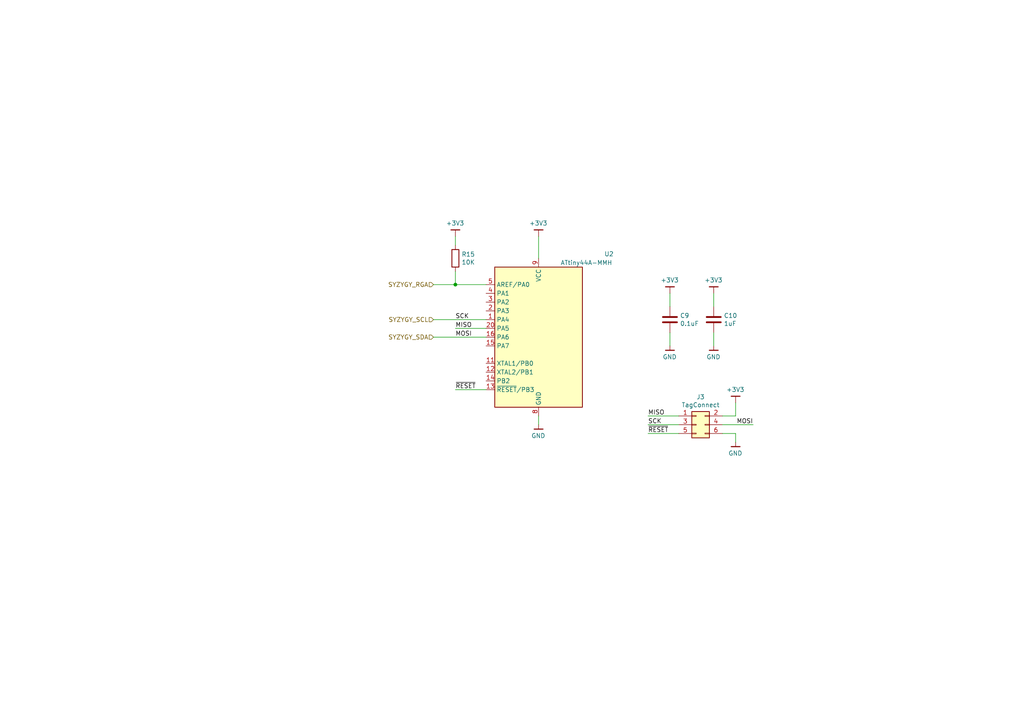
<source format=kicad_sch>
(kicad_sch (version 20200512) (host eeschema "5.99.0-unknown-c8476d6~101~ubuntu18.04.1")
  (page 1 2)
  (paper "A4")
  (title_block (title "CAN Breakout") (date "2020-05-26") (rev "r1.0") (comment 1 "SYZYGY Pod"))
  (lib_symbols
    (symbol "Connector_Generic:Conn_02x03_Odd_Even" (pin_names hide)
      (property "Reference" "J" (at 1.27 5.08 0))
      (property "Value" "Conn_02x03_Odd_Even" (at 1.27 -5.08 0))
      (symbol "Conn_02x03_Odd_Even_1_1"
        (rectangle (start -1.27 -2.413) (end 0 -2.667))
        (rectangle (start -1.27 2.667) (end 0 2.413))
        (rectangle (start -1.27 3.81) (end 3.81 -3.81) (stroke (width 0.254)) (fill (type background)))
        (rectangle (start -1.27 0.127) (end 0 -0.127))
        (rectangle (start 3.81 -2.413) (end 2.54 -2.667))
        (rectangle (start 3.81 2.667) (end 2.54 2.413))
        (rectangle (start 3.81 0.127) (end 2.54 -0.127))
        (pin passive line (at -5.08 2.54 0) (length 3.81) (name "Pin_1") (number "1"))
        (pin passive line (at 7.62 2.54 180) (length 3.81) (name "Pin_2") (number "2"))
        (pin passive line (at -5.08 0 0) (length 3.81) (name "Pin_3") (number "3"))
        (pin passive line (at 7.62 0 180) (length 3.81) (name "Pin_4") (number "4"))
        (pin passive line (at -5.08 -2.54 0) (length 3.81) (name "Pin_5") (number "5"))
        (pin passive line (at 7.62 -2.54 180) (length 3.81) (name "Pin_6") (number "6"))
      )
    )
    (symbol "Device:C" (pin_numbers hide) (pin_names (offset 0.254))
      (property "Reference" "C" (at 0.635 2.54 0))
      (property "Value" "C" (at 0.635 -2.54 0))
      (symbol "C_0_1"
        (polyline (pts (xy -2.032 -0.762) (xy 2.032 -0.762)) (stroke (width 0.508)))
        (polyline (pts (xy -2.032 0.762) (xy 2.032 0.762)) (stroke (width 0.508)))
      )
      (symbol "C_1_1"
        (pin passive line (at 0 3.81 270) (length 2.794) (name "~") (number "1"))
        (pin passive line (at 0 -3.81 90) (length 2.794) (name "~") (number "2"))
      )
    )
    (symbol "Device:R" (pin_numbers hide) (pin_names (offset 0))
      (property "Reference" "R" (at 2.032 0 90))
      (property "Value" "R" (at 0 0 90))
      (symbol "R_0_1"
        (rectangle (start -1.016 -2.54) (end 1.016 2.54) (stroke (width 0.254)))
      )
      (symbol "R_1_1"
        (pin passive line (at 0 3.81 270) (length 1.27) (name "~") (number "1"))
        (pin passive line (at 0 -3.81 90) (length 1.27) (name "~") (number "2"))
      )
    )
    (symbol "SyzygyLVDSPod-rescue:ATtiny44A-MMH-MCU_Microchip_ATtiny" (pin_names (offset 0.508))
      (property "Reference" "U" (at -12.7 21.59 0))
      (property "Value" "ATtiny44A-MMH-MCU_Microchip_ATtiny" (at 2.54 -21.59 0))
      (symbol "ATtiny44A-MMH-MCU_Microchip_ATtiny_0_1"
        (rectangle (start -12.7 -20.32) (end 12.7 20.32) (stroke (width 0.254)) (fill (type background)))
      )
      (symbol "ATtiny44A-MMH-MCU_Microchip_ATtiny_1_1"
        (pin tri_state line (at 15.24 5.08 180) (length 2.54) (name "PA4") (number "1"))
        (pin unconnected line (at -12.7 -10.16 0) (length 2.54) (name "NC") (number "10") hide)
        (pin tri_state line (at 15.24 -7.62 180) (length 2.54) (name "XTAL1/PB0") (number "11"))
        (pin tri_state line (at 15.24 -10.16 180) (length 2.54) (name "XTAL2/PB1") (number "12"))
        (pin tri_state line (at 15.24 -15.24 180) (length 2.54) (name "~RESET~/PB3") (number "13"))
        (pin tri_state line (at 15.24 -12.7 180) (length 2.54) (name "PB2") (number "14"))
        (pin tri_state line (at 15.24 -2.54 180) (length 2.54) (name "PA7") (number "15"))
        (pin tri_state line (at 15.24 0 180) (length 2.54) (name "PA6") (number "16"))
        (pin unconnected line (at -12.7 -12.7 0) (length 2.54) (name "NC") (number "17") hide)
        (pin unconnected line (at -12.7 -15.24 0) (length 2.54) (name "NC") (number "18") hide)
        (pin unconnected line (at -12.7 -17.78 0) (length 2.54) (name "NC") (number "19") hide)
        (pin tri_state line (at 15.24 7.62 180) (length 2.54) (name "PA3") (number "2"))
        (pin tri_state line (at 15.24 2.54 180) (length 2.54) (name "PA5") (number "20"))
        (pin passive line (at 0 -22.86 90) (length 2.54) (name "GND") (number "21") hide)
        (pin tri_state line (at 15.24 10.16 180) (length 2.54) (name "PA2") (number "3"))
        (pin tri_state line (at 15.24 12.7 180) (length 2.54) (name "PA1") (number "4"))
        (pin tri_state line (at 15.24 15.24 180) (length 2.54) (name "AREF/PA0") (number "5"))
        (pin unconnected line (at -12.7 -5.08 0) (length 2.54) (name "NC") (number "6") hide)
        (pin unconnected line (at -12.7 -7.62 0) (length 2.54) (name "NC") (number "7") hide)
        (pin power_in line (at 0 -22.86 90) (length 2.54) (name "GND") (number "8"))
        (pin power_in line (at 0 22.86 270) (length 2.54) (name "VCC") (number "9"))
      )
    )
    (symbol "gkl_power:+3V3" (power) (pin_names (offset 0))
      (property "Value" "+3V3" (at 0 3.556 0))
      (symbol "+3V3_0_1"
        (polyline (pts (xy -1.27 1.905) (xy 1.27 1.905)) (stroke (width 0.3048)))
        (polyline (pts (xy 0 0) (xy 0 1.905)))
      )
      (symbol "+3V3_1_1"
        (pin power_in line (at 0 0 90) (length 0) (name "+3V3") (number "1") hide)
      )
    )
    (symbol "gkl_power:GND" (power) (pin_names (offset 0))
      (property "Value" "GND" (at 0 -2.54 0))
      (symbol "GND_0_1"
        (polyline (pts (xy 0 -1.27) (xy 0 0)))
        (polyline (pts (xy 1.27 -1.27) (xy -1.27 -1.27)) (stroke (width 0.3048)))
      )
      (symbol "GND_1_1"
        (pin power_in line (at 0 0 270) (length 0) (name "GND") (number "1") hide)
      )
    )
  )
  (junction (at 132.08 82.55))
  (wire (pts (xy 125.73 82.55) (xy 132.08 82.55)))
  (wire (pts (xy 125.73 92.71) (xy 140.97 92.71)))
  (wire (pts (xy 125.73 97.79) (xy 140.97 97.79)))
  (wire (pts (xy 132.08 71.12) (xy 132.08 68.58)))
  (wire (pts (xy 132.08 82.55) (xy 132.08 78.74)))
  (wire (pts (xy 132.08 82.55) (xy 140.97 82.55)))
  (wire (pts (xy 132.08 95.25) (xy 140.97 95.25)))
  (wire (pts (xy 132.08 113.03) (xy 140.97 113.03)))
  (wire (pts (xy 156.21 68.58) (xy 156.21 74.93)))
  (wire (pts (xy 156.21 120.65) (xy 156.21 123.19)))
  (wire (pts (xy 187.96 120.65) (xy 196.85 120.65)))
  (wire (pts (xy 187.96 123.19) (xy 196.85 123.19)))
  (wire (pts (xy 187.96 125.73) (xy 196.85 125.73)))
  (wire (pts (xy 194.31 85.09) (xy 194.31 88.9)))
  (wire (pts (xy 194.31 96.52) (xy 194.31 100.33)))
  (wire (pts (xy 207.01 85.09) (xy 207.01 88.9)))
  (wire (pts (xy 207.01 96.52) (xy 207.01 100.33)))
  (wire (pts (xy 209.55 120.65) (xy 213.36 120.65)))
  (wire (pts (xy 209.55 123.19) (xy 218.44 123.19)))
  (wire (pts (xy 209.55 125.73) (xy 213.36 125.73)))
  (wire (pts (xy 213.36 120.65) (xy 213.36 116.84)))
  (wire (pts (xy 213.36 128.27) (xy 213.36 125.73)))
  (label "SCK" (at 132.08 92.71 0))
  (label "MISO" (at 132.08 95.25 0))
  (label "MOSI" (at 132.08 97.79 0))
  (label "~RESET" (at 132.08 113.03 0))
  (label "MISO" (at 187.96 120.65 0))
  (label "SCK" (at 187.96 123.19 0))
  (label "~RESET" (at 187.96 125.73 0))
  (label "MOSI" (at 218.44 123.19 180))
  (hierarchical_label "SYZYGY_RGA" (shape input) (at 125.73 82.55 180))
  (hierarchical_label "SYZYGY_SCL" (shape input) (at 125.73 92.71 180))
  (hierarchical_label "SYZYGY_SDA" (shape input) (at 125.73 97.79 180))
  (symbol (lib_id "gkl_power:GND") (at 156.21 123.19 0) (mirror y) (unit 1)
    (property "Reference" "#PWR028" (effects hide))
    (property "Value" "GND" (at 156.1338 126.3904 0))
  )
  (symbol (lib_id "gkl_power:GND") (at 194.31 100.33 0) (mirror y) (unit 1)
    (property "Reference" "#PWR030" (effects hide))
    (property "Value" "GND" (at 194.2338 103.5304 0))
  )
  (symbol (lib_id "gkl_power:GND") (at 207.01 100.33 0) (mirror y) (unit 1)
    (property "Reference" "#PWR032" (effects hide))
    (property "Value" "GND" (at 206.9338 103.5304 0))
  )
  (symbol (lib_id "gkl_power:GND") (at 213.36 128.27 0) (mirror y) (unit 1)
    (property "Reference" "#PWR034" (effects hide))
    (property "Value" "GND" (at 213.2838 131.4704 0))
  )
  (symbol (lib_id "gkl_power:+3V3") (at 132.08 68.58 0) (mirror y) (unit 1)
    (property "Reference" "#PWR026" (effects hide))
    (property "Value" "+3V3" (at 132.0038 64.7446 0))
  )
  (symbol (lib_id "gkl_power:+3V3") (at 156.21 68.58 0) (mirror y) (unit 1)
    (property "Reference" "#PWR027" (effects hide))
    (property "Value" "+3V3" (at 156.1338 64.7446 0))
  )
  (symbol (lib_id "gkl_power:+3V3") (at 194.31 85.09 0) (mirror y) (unit 1)
    (property "Reference" "#PWR029" (effects hide))
    (property "Value" "+3V3" (at 194.2338 81.2546 0))
  )
  (symbol (lib_id "gkl_power:+3V3") (at 207.01 85.09 0) (mirror y) (unit 1)
    (property "Reference" "#PWR031" (effects hide))
    (property "Value" "+3V3" (at 206.9338 81.2546 0))
  )
  (symbol (lib_id "gkl_power:+3V3") (at 213.36 116.84 0) (mirror y) (unit 1)
    (property "Reference" "#PWR033" (effects hide))
    (property "Value" "+3V3" (at 213.2838 113.0046 0))
  )
  (symbol (lib_id "Device:R") (at 132.08 74.93 0) (unit 1)
    (property "Reference" "R15" (at 133.858 73.7616 0) (effects (justify left)))
    (property "Value" "10K" (at 133.858 76.073 0) (effects (justify left)))
    (property "Footprint" "Resistor_SMD:R_0402_1005Metric" (effects hide))
    (property "Mfg" "Stackpole Electronics Inc" (effects hide))
    (property "PN" "RMCF0402FT10K0" (effects hide))
  )
  (symbol (lib_id "Device:C") (at 194.31 92.71 0) (unit 1)
    (property "Reference" "C9" (at 197.231 91.5416 0) (effects (justify left)))
    (property "Value" "0.1uF" (at 197.231 93.853 0) (effects (justify left)))
    (property "Footprint" "Capacitor_SMD:C_0402_1005Metric" (effects hide))
    (property "PN" "CL05B104KP5NNNC" (effects hide))
    (property "Mfg" "Samsung Electro-Mechanics" (effects hide))
  )
  (symbol (lib_id "Device:C") (at 207.01 92.71 0) (unit 1)
    (property "Reference" "C10" (at 209.931 91.5416 0) (effects (justify left)))
    (property "Value" "1uF" (at 209.931 93.853 0) (effects (justify left)))
    (property "Footprint" "Capacitor_SMD:C_0402_1005Metric" (effects hide))
    (property "PN" "CL05A105KP5NNNC" (effects hide))
    (property "Mfg" "Samsung Electro-Mechanics" (effects hide))
  )
  (symbol (lib_id "Connector_Generic:Conn_02x03_Odd_Even") (at 201.93 123.19 0) (unit 1)
    (property "Reference" "J3" (at 203.2 115.1382 0))
    (property "Value" "TagConnect" (at 203.2 117.4496 0))
    (property "Footprint" "pkl_tag_connect:TC2030-NL_SMALL" (effects hide))
  )
  (symbol (lib_id "SyzygyLVDSPod-rescue:ATtiny44A-MMH-MCU_Microchip_ATtiny") (at 156.21 97.79 0) (mirror y) (unit 1)
    (property "Reference" "U2" (at 175.26 73.66 0) (effects (justify right)))
    (property "Value" "ATtiny44A-MMH" (at 162.56 76.2 0) (effects (justify right)))
    (property "Footprint" "Package_DFN_QFN:QFN-20-1EP_3x3mm_P0.45mm_EP1.6x1.6mm" (effects hide))
    (property "Datasheet" "http://ww1.microchip.com/downloads/en/DeviceDoc/doc8183.pdf" (effects hide))
    (property "Mfg" "Microchip Technology" (effects hide))
    (property "PN" "ATTINY44A-MMH" (effects hide))
  )
)
</source>
